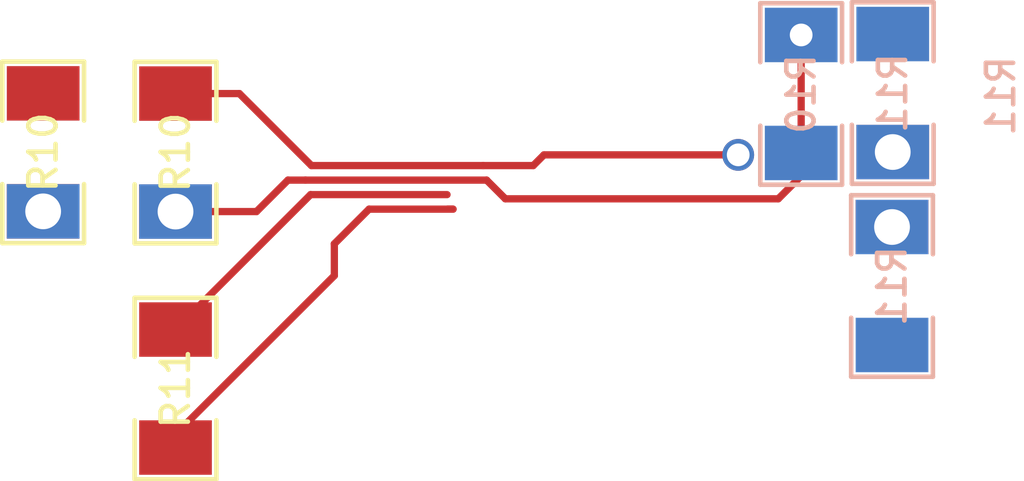
<source format=kicad_pcb>
(kicad_pcb (version 20200628) (host pcbnew "(5.99.0-2386-g51f3b0bf76-dirty)")

  (general
    (thickness 1.6002)
    (drawings 0)
    (tracks 24)
    (modules 6)
    (nets 5)
  )

  (paper "A3")
  (title_block
    (title "KiCad demo")
    (date "2015-10-14")
    (rev "1.A")
  )

  (layers
    (0 "Composant" signal)
    (1 "GND_layer" signal)
    (2 "VCC_layer" signal)
    (31 "Cuivre" signal)
    (32 "B.Adhes" user)
    (33 "F.Adhes" user)
    (34 "B.Paste" user)
    (35 "F.Paste" user)
    (36 "B.SilkS" user)
    (37 "F.SilkS" user)
    (38 "B.Mask" user)
    (39 "F.Mask" user)
    (40 "Dwgs.User" user)
    (41 "Cmts.User" user)
    (42 "Eco1.User" user)
    (43 "Eco2.User" user)
    (44 "Edge.Cuts" user)
    (45 "Margin" user)
    (46 "B.CrtYd" user)
    (47 "F.CrtYd" user)
  )

  (setup
    (aux_axis_origin 40.9 173.1)
    (pcbplotparams
      (layerselection 0x010fc_80000007)
      (usegerberextensions false)
      (usegerberattributes true)
      (usegerberadvancedattributes true)
      (creategerberjobfile true)
      (svguseinch false)
      (svgprecision 6)
      (excludeedgelayer false)
      (linewidth 0.100000)
      (plotframeref false)
      (viasonmask false)
      (mode 1)
      (useauxorigin true)
      (hpglpennumber 1)
      (hpglpenspeed 20)
      (hpglpendiameter 15.000000)
      (psnegative false)
      (psa4output false)
      (plotreference true)
      (plotvalue true)
      (plotinvisibletext false)
      (sketchpadsonfab false)
      (subtractmaskfromsilk false)
      (outputformat 1)
      (mirror false)
      (drillshape 0)
      (scaleselection 1)
      (outputdirectory "plots")
    )
  )

  (net 0 "")
  (net 1 "Net1")
  (net 2 "Net2")
  (net 3 "Net3")
  (net 4 "Net4")

  (module "lib_smd:SM1206" (layer "Composant") (tedit 5F1AFF3A) (tstamp 62f63c2d-5de7-4136-94e8-8bc3f03545b5)
    (at 53.56 43.68 90)
    (path "/00000000-0000-0000-0000-00004bf0367f/00000000-0000-0000-0000-000022760f80")
    (attr smd)
    (fp_text reference "R10" (at 0 0 270) (layer "F.SilkS")
      (effects (font (size 0.762 0.762) (thickness 0.127)))
    )
    (fp_text value "1K" (at 0 0 270) (layer "F.SilkS") hide
      (effects (font (size 0.762 0.762) (thickness 0.127)))
    )
    (fp_line (start -0.889 -1.143) (end -2.54 -1.143) (layer "F.SilkS") (width 0.127))
    (fp_line (start 2.54 1.143) (end 0.889 1.143) (layer "F.SilkS") (width 0.127))
    (fp_line (start 2.54 -1.143) (end 2.54 1.143) (layer "F.SilkS") (width 0.127))
    (fp_line (start 0.889 -1.143) (end 2.54 -1.143) (layer "F.SilkS") (width 0.127))
    (fp_line (start -2.54 1.143) (end -0.889 1.143) (layer "F.SilkS") (width 0.127))
    (fp_line (start -2.54 -1.143) (end -2.54 1.143) (layer "F.SilkS") (width 0.127))
    (pad "2" smd rect (at 1.651 0 90) (size 1.524 2.032) (layers "Composant" "F.Paste" "F.Mask")
      (net 4 "Net4") (tstamp b1cfb053-add6-4c39-a602-ee8cec92ed6d))
    (pad "1" thru_hole rect (at -1.651 0 90) (size 1.524 2.032) (drill 1) (layers *.Cu *.Mask)
      (net 2 "Net2") (tstamp d85d64ec-0c45-4808-b66c-a6e95250cd7d))
    (model "SMD_Packages.3dshapes/SMD-1206.wrl"
      (at (xyz 0 0 0))
      (scale (xyz 0.17 0.16 0.16))
      (rotate (xyz 0 0 0))
    )
  )

  (module "lib_smd:SM1206" (layer "Cuivre") (tedit 5F1AFEB3) (tstamp 6839e320-e6b8-495a-b2b3-9c17db9c24c2)
    (at 77.29 47.42 -90)
    (path "/00000000-0000-0000-0000-00004bf0367f/00000000-0000-0000-0000-000022760fbc")
    (attr smd)
    (fp_text reference "R11" (at 0 0 -90) (layer "B.SilkS")
      (effects (font (size 0.762 0.762) (thickness 0.127)) (justify mirror))
    )
    (fp_text value "1K" (at 0 0 -90) (layer "B.SilkS") hide
      (effects (font (size 0.762 0.762) (thickness 0.127)) (justify mirror))
    )
    (fp_line (start -2.54 1.143) (end -2.54 -1.143) (layer "B.SilkS") (width 0.127))
    (fp_line (start -2.54 -1.143) (end -0.889 -1.143) (layer "B.SilkS") (width 0.127))
    (fp_line (start 0.889 1.143) (end 2.54 1.143) (layer "B.SilkS") (width 0.127))
    (fp_line (start 2.54 1.143) (end 2.54 -1.143) (layer "B.SilkS") (width 0.127))
    (fp_line (start 2.54 -1.143) (end 0.889 -1.143) (layer "B.SilkS") (width 0.127))
    (fp_line (start -0.889 1.143) (end -2.54 1.143) (layer "B.SilkS") (width 0.127))
    (fp_text user "${REFERENCE}" (at 0 0 -90) (layer "B.SilkS")
      (effects (font (size 0.762 0.762) (thickness 0.127)) (justify mirror))
    )
    (fp_text user "${VALUE}" (at 0 0 -90) (layer "B.SilkS") hide
      (effects (font (size 0.762 0.762) (thickness 0.127)) (justify mirror))
    )
    (pad "1" thru_hole rect (at -1.651 0 270) (size 1.524 2.032) (drill 1) (layers *.Cu *.Mask)
      (net 3 "Net3") (tstamp aa67310d-5884-4d05-8dcf-bf41060498ff))
    (pad "2" smd rect (at 1.651 0 270) (size 1.524 2.032) (layers "Cuivre" "B.Paste" "B.Mask")
      (net 1 "Net1") (tstamp 11cb9d3f-10e3-41e4-b53f-517fc40917f8))
    (model "SMD_Packages.3dshapes/SMD-1206.wrl"
      (at (xyz 0 0 0))
      (scale (xyz 0.17 0.16 0.16))
      (rotate (xyz 0 0 0))
    )
  )

  (module "lib_smd:SM1206" (layer "Cuivre") (tedit 5F1AFEB3) (tstamp cf6d41b6-be24-4142-a50b-7bf0419214d3)
    (at 77.31 42.02 90)
    (path "/00000000-0000-0000-0000-00004bf0367f/00000000-0000-0000-0000-000022760fbc")
    (attr smd)
    (fp_text reference "R11" (at 0 0 -90) (layer "B.SilkS")
      (effects (font (size 0.762 0.762) (thickness 0.127)) (justify mirror))
    )
    (fp_text value "1K" (at 0 0 -90) (layer "B.SilkS") hide
      (effects (font (size 0.762 0.762) (thickness 0.127)) (justify mirror))
    )
    (fp_text user "${VALUE}" (at -0.08 3.02 -90) (layer "B.SilkS") hide
      (effects (font (size 0.762 0.762) (thickness 0.127)) (justify mirror))
    )
    (fp_text user "${REFERENCE}" (at -0.08 3.02 -90) (layer "B.SilkS")
      (effects (font (size 0.762 0.762) (thickness 0.127)) (justify mirror))
    )
    (fp_line (start -0.889 1.143) (end -2.54 1.143) (layer "B.SilkS") (width 0.127))
    (fp_line (start 2.54 -1.143) (end 0.889 -1.143) (layer "B.SilkS") (width 0.127))
    (fp_line (start 2.54 1.143) (end 2.54 -1.143) (layer "B.SilkS") (width 0.127))
    (fp_line (start 0.889 1.143) (end 2.54 1.143) (layer "B.SilkS") (width 0.127))
    (fp_line (start -2.54 -1.143) (end -0.889 -1.143) (layer "B.SilkS") (width 0.127))
    (fp_line (start -2.54 1.143) (end -2.54 -1.143) (layer "B.SilkS") (width 0.127))
    (pad "2" smd rect (at 1.651 0 90) (size 1.524 2.032) (layers "Cuivre" "B.Paste" "B.Mask")
      (net 1 "Net1") (tstamp 11cb9d3f-10e3-41e4-b53f-517fc40917f8))
    (pad "1" thru_hole rect (at -1.651 0 90) (size 1.524 2.032) (drill 1) (layers *.Cu *.Mask)
      (net 3 "Net3") (tstamp aa67310d-5884-4d05-8dcf-bf41060498ff))
    (model "SMD_Packages.3dshapes/SMD-1206.wrl"
      (at (xyz 0 0 0))
      (scale (xyz 0.17 0.16 0.16))
      (rotate (xyz 0 0 0))
    )
  )

  (module "lib_smd:SM1206" (layer "Cuivre") (tedit 54019107) (tstamp 7878478d-dbff-4e07-9acb-bbb7715fff75)
    (at 74.75 42.046 -90)
    (path "/00000000-0000-0000-0000-00004bf0367f/00000000-0000-0000-0000-000022760f80")
    (attr smd)
    (fp_text reference "R10" (at 0 0 -270) (layer "B.SilkS")
      (effects (font (size 0.762 0.762) (thickness 0.127)) (justify mirror))
    )
    (fp_text value "1K" (at 0 0 -270) (layer "B.SilkS") hide
      (effects (font (size 0.762 0.762) (thickness 0.127)) (justify mirror))
    )
    (fp_line (start -0.889 1.143) (end -2.54 1.143) (layer "B.SilkS") (width 0.127))
    (fp_line (start 2.54 -1.143) (end 0.889 -1.143) (layer "B.SilkS") (width 0.127))
    (fp_line (start 2.54 1.143) (end 2.54 -1.143) (layer "B.SilkS") (width 0.127))
    (fp_line (start 0.889 1.143) (end 2.54 1.143) (layer "B.SilkS") (width 0.127))
    (fp_line (start -2.54 -1.143) (end -0.889 -1.143) (layer "B.SilkS") (width 0.127))
    (fp_line (start -2.54 1.143) (end -2.54 -1.143) (layer "B.SilkS") (width 0.127))
    (pad "2" smd rect (at 1.651 0 270) (size 1.524 2.032) (layers "Cuivre" "B.Paste" "B.Mask")
      (net 4 "Net4") (tstamp b1cfb053-add6-4c39-a602-ee8cec92ed6d))
    (pad "1" smd rect (at -1.651 0 270) (size 1.524 2.032) (layers "Cuivre" "B.Paste" "B.Mask")
      (net 2 "Net2") (tstamp d85d64ec-0c45-4808-b66c-a6e95250cd7d))
    (model "SMD_Packages.3dshapes/SMD-1206.wrl"
      (at (xyz 0 0 0))
      (scale (xyz 0.17 0.16 0.16))
      (rotate (xyz 0 0 0))
    )
  )

  (module "lib_smd:SM1206" (layer "Composant") (tedit 5F1AFF3A) (tstamp 00000000-0000-0000-0000-00005402cf81)
    (at 57.26 43.686 90)
    (path "/00000000-0000-0000-0000-00004bf0367f/00000000-0000-0000-0000-000022760f80")
    (attr smd)
    (fp_text reference "R10" (at 0 0 270) (layer "F.SilkS")
      (effects (font (size 0.762 0.762) (thickness 0.127)))
    )
    (fp_text value "1K" (at 0 0 270) (layer "F.SilkS") hide
      (effects (font (size 0.762 0.762) (thickness 0.127)))
    )
    (fp_line (start -2.54 -1.143) (end -2.54 1.143) (layer "F.SilkS") (width 0.127))
    (fp_line (start -2.54 1.143) (end -0.889 1.143) (layer "F.SilkS") (width 0.127))
    (fp_line (start 0.889 -1.143) (end 2.54 -1.143) (layer "F.SilkS") (width 0.127))
    (fp_line (start 2.54 -1.143) (end 2.54 1.143) (layer "F.SilkS") (width 0.127))
    (fp_line (start 2.54 1.143) (end 0.889 1.143) (layer "F.SilkS") (width 0.127))
    (fp_line (start -0.889 -1.143) (end -2.54 -1.143) (layer "F.SilkS") (width 0.127))
    (pad "1" thru_hole rect (at -1.651 0 90) (size 1.524 2.032) (drill 1) (layers *.Cu *.Mask)
      (net 2 "Net2") (tstamp d85d64ec-0c45-4808-b66c-a6e95250cd7d))
    (pad "2" smd rect (at 1.651 0 90) (size 1.524 2.032) (layers "Composant" "F.Paste" "F.Mask")
      (net 4 "Net4") (tstamp b1cfb053-add6-4c39-a602-ee8cec92ed6d))
    (model "SMD_Packages.3dshapes/SMD-1206.wrl"
      (at (xyz 0 0 0))
      (scale (xyz 0.17 0.16 0.16))
      (rotate (xyz 0 0 0))
    )
  )

  (module "lib_smd:SM1206" (layer "Composant") (tedit 54019107) (tstamp 00000000-0000-0000-0000-00005402cf8c)
    (at 57.26 50.29 -90)
    (path "/00000000-0000-0000-0000-00004bf0367f/00000000-0000-0000-0000-000022760fbc")
    (attr smd)
    (fp_text reference "R11" (at 0 0 90) (layer "F.SilkS")
      (effects (font (size 0.762 0.762) (thickness 0.127)))
    )
    (fp_text value "1K" (at 0 0 90) (layer "F.SilkS") hide
      (effects (font (size 0.762 0.762) (thickness 0.127)))
    )
    (fp_line (start -2.54 -1.143) (end -2.54 1.143) (layer "F.SilkS") (width 0.127))
    (fp_line (start -2.54 1.143) (end -0.889 1.143) (layer "F.SilkS") (width 0.127))
    (fp_line (start 0.889 -1.143) (end 2.54 -1.143) (layer "F.SilkS") (width 0.127))
    (fp_line (start 2.54 -1.143) (end 2.54 1.143) (layer "F.SilkS") (width 0.127))
    (fp_line (start 2.54 1.143) (end 0.889 1.143) (layer "F.SilkS") (width 0.127))
    (fp_line (start -0.889 -1.143) (end -2.54 -1.143) (layer "F.SilkS") (width 0.127))
    (pad "1" smd rect (at -1.651 0 270) (size 1.524 2.032) (layers "Composant" "F.Paste" "F.Mask")
      (net 3 "Net3") (tstamp aa67310d-5884-4d05-8dcf-bf41060498ff))
    (pad "2" smd rect (at 1.651 0 270) (size 1.524 2.032) (layers "Composant" "F.Paste" "F.Mask")
      (net 1 "Net1") (tstamp 11cb9d3f-10e3-41e4-b53f-517fc40917f8))
    (model "SMD_Packages.3dshapes/SMD-1206.wrl"
      (at (xyz 0 0 0))
      (scale (xyz 0.17 0.16 0.16))
      (rotate (xyz 0 0 0))
    )
  )

  (segment (start 65.95641 44.45641) (end 66.48 44.98) (width 0.2032) (layer "Composant") (net 2) (tstamp 14bb23f7-15be-43d6-82ba-05802d6e870c))
  (segment (start 66.48 44.98) (end 74.11 44.98) (width 0.2032) (layer "Composant") (net 2) (tstamp 58870eeb-1ee8-4365-81f6-644d10260a70))
  (segment (start 74.11 44.98) (end 74.75 44.34) (width 0.2032) (layer "Composant") (net 2) (tstamp 33b71764-2dee-43d4-862d-4ce8ab506b73))
  (via (at 74.75 40.395) (size 0.889) (drill 0.635) (layers "Composant" "Cuivre") (net 2) (tstamp 2ee707fc-c4c2-436b-9f8a-082000400e64))
  (segment (start 74.75 44.34) (end 74.75 40.395) (width 0.2032) (layer "Composant") (net 2) (tstamp 34677ff2-0a86-43cc-8da2-df756ebaf399))
  (segment (start 67.56 43.75) (end 72.99 43.75) (width 0.2032) (layer "Composant") (net 4) (tstamp ae29a614-f3a7-4e3a-8466-54ac0eb68621))
  (segment (start 65.86 44.05) (end 67.26 44.05) (width 0.2032) (layer "Composant") (net 4) (tstamp 4f87807d-8760-44de-8181-8c3a080a5a75))
  (via (at 72.99 43.75) (size 0.889) (drill 0.635) (layers "Composant" "Cuivre") (net 4) (tstamp 3a8e56c3-5066-45b4-9519-5a33d6834af0))
  (segment (start 67.26 44.05) (end 67.56 43.75) (width 0.2032) (layer "Composant") (net 4) (tstamp 3b16deb7-8d8e-44b8-b5c1-b34386add5b7))
  (segment (start 57.26 51.57) (end 61.7 47.13) (width 0.2032) (layer "Composant") (net 1) (tstamp f694334e-a9e7-4d5c-a90b-b15a26d06084))
  (segment (start 61.7 47.13) (end 61.7 46.24) (width 0.2032) (layer "Composant") (net 1) (tstamp 2911a49d-d9ac-4dad-8965-d7abcbd48932))
  (segment (start 61.7 46.24) (end 62.67077 45.26923) (width 0.2032) (layer "Composant") (net 1) (tstamp 78574693-36f7-41c3-8372-1beb483f4919))
  (segment (start 62.67077 45.26923) (end 65.01834 45.26923) (width 0.2032) (layer "Composant") (net 1) (tstamp 5223ac82-4207-4e56-8f80-fc8163229ff2))
  (segment (start 57.26 51.941) (end 57.26 51.57) (width 0.2032) (layer "Composant") (net 1) (tstamp 8a8d348d-69c0-4919-a6e5-75f8709b0d4b))
  (segment (start 65.01834 45.26923) (end 64.87 45.26923) (width 0.2032) (layer "Composant") (net 1) (tstamp f3f895af-921c-4405-9d2c-a994ff46a36e))
  (segment (start 61.03618 44.86282) (end 64.85 44.86282) (width 0.2032) (layer "Composant") (net 3) (tstamp eac47d05-6561-4d3b-88a5-073ca5967b09))
  (segment (start 57.26 48.639) (end 61.03618 44.86282) (width 0.2032) (layer "Composant") (net 3) (tstamp 18e8fb07-1048-4440-81bf-85c3063dee17))
  (segment (start 60.89166 44.45641) (end 65.95641 44.45641) (width 0.2032) (layer "Composant") (net 2) (tstamp efec1be9-cdeb-40da-a27f-a503d55d30a2))
  (segment (start 60.40359 44.45641) (end 60.89166 44.45641) (width 0.2032) (layer "Composant") (net 2) (tstamp 8e2d1065-302e-482f-81b6-3d31d0643e24))
  (segment (start 59.523 45.337) (end 60.40359 44.45641) (width 0.2032) (layer "Composant") (net 2) (tstamp c954b2e0-51d2-4950-8f2a-7143adff5865))
  (segment (start 57.26 45.337) (end 59.523 45.337) (width 0.2032) (layer "Composant") (net 2) (tstamp ef9660dc-199b-4386-8c7f-92cec3d85773))
  (segment (start 57.26 42.035) (end 59.045 42.035) (width 0.2032) (layer "Composant") (net 4) (tstamp 75276ab2-082f-49bf-89bf-cb2785abb992))
  (segment (start 59.045 42.035) (end 61.06 44.05) (width 0.2032) (layer "Composant") (net 4) (tstamp 6d7d1289-6535-423f-a199-f228105c6d91))
  (segment (start 61.06 44.05) (end 65.86 44.05) (width 0.2032) (layer "Composant") (net 4) (tstamp 84f97f24-934c-4869-a0a5-9b902def1b2b))

)

</source>
